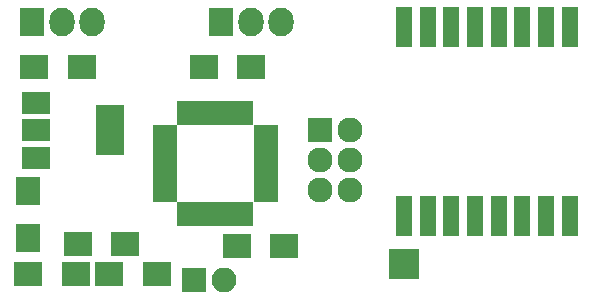
<source format=gts>
G04 #@! TF.GenerationSoftware,KiCad,Pcbnew,no-vcs-found-7560~57~ubuntu16.04.1*
G04 #@! TF.CreationDate,2017-02-05T10:32:15+01:00*
G04 #@! TF.ProjectId,MultiUse_Battery_RFM69HCW,4D756C74695573655F42617474657279,rev?*
G04 #@! TF.FileFunction,Soldermask,Top*
G04 #@! TF.FilePolarity,Negative*
%FSLAX46Y46*%
G04 Gerber Fmt 4.6, Leading zero omitted, Abs format (unit mm)*
G04 Created by KiCad (PCBNEW no-vcs-found-7560~57~ubuntu16.04.1) date Sun Feb  5 10:32:15 2017*
%MOMM*%
%LPD*%
G01*
G04 APERTURE LIST*
%ADD10C,0.100000*%
%ADD11R,0.950000X2.000000*%
%ADD12R,2.000000X0.950000*%
%ADD13R,2.635200X2.635200*%
%ADD14R,2.127200X2.432000*%
%ADD15O,2.127200X2.432000*%
%ADD16R,2.127200X2.127200*%
%ADD17O,2.127200X2.127200*%
%ADD18R,2.400000X2.100000*%
%ADD19R,2.400000X4.200000*%
%ADD20R,2.400000X1.900000*%
%ADD21R,2.400000X2.000000*%
%ADD22R,1.400000X3.400000*%
%ADD23R,2.100000X2.400000*%
%ADD24O,2.100000X2.100000*%
%ADD25R,2.100000X2.100000*%
G04 APERTURE END LIST*
D10*
D11*
X96895000Y-70671000D03*
X97695000Y-70671000D03*
X98495000Y-70671000D03*
X99295000Y-70671000D03*
X100095000Y-70671000D03*
X100895000Y-70671000D03*
X101695000Y-70671000D03*
X102495000Y-70671000D03*
D12*
X103945000Y-69221000D03*
X103945000Y-68421000D03*
X103945000Y-67621000D03*
X103945000Y-66821000D03*
X103945000Y-66021000D03*
X103945000Y-65221000D03*
X103945000Y-64421000D03*
X103945000Y-63621000D03*
D11*
X102495000Y-62171000D03*
X101695000Y-62171000D03*
X100895000Y-62171000D03*
X100095000Y-62171000D03*
X99295000Y-62171000D03*
X98495000Y-62171000D03*
X97695000Y-62171000D03*
X96895000Y-62171000D03*
D12*
X95445000Y-63621000D03*
X95445000Y-64421000D03*
X95445000Y-65221000D03*
X95445000Y-66021000D03*
X95445000Y-66821000D03*
X95445000Y-67621000D03*
X95445000Y-68421000D03*
X95445000Y-69221000D03*
D13*
X115697000Y-74930000D03*
D14*
X84162900Y-54444900D03*
D15*
X86702900Y-54444900D03*
X89242900Y-54444900D03*
D14*
X100190300Y-54432200D03*
D15*
X102730300Y-54432200D03*
X105270300Y-54432200D03*
D16*
X108585000Y-63627000D03*
D17*
X111125000Y-63627000D03*
X108585000Y-66167000D03*
X111125000Y-66167000D03*
X108585000Y-68707000D03*
X111125000Y-68707000D03*
D18*
X84360000Y-58293000D03*
X88360000Y-58293000D03*
X98711000Y-58293000D03*
X102711000Y-58293000D03*
D19*
X90780000Y-63627000D03*
D20*
X84480000Y-63627000D03*
X84480000Y-65927000D03*
X84480000Y-61327000D03*
D21*
X92043000Y-73279000D03*
X88043000Y-73279000D03*
X101505000Y-73406000D03*
X105505000Y-73406000D03*
D18*
X83852000Y-75819000D03*
X87852000Y-75819000D03*
X90710000Y-75819000D03*
X94710000Y-75819000D03*
D22*
X129682000Y-70865000D03*
X127682000Y-70865000D03*
X125682000Y-70865000D03*
X123682000Y-70865000D03*
X121682000Y-70865000D03*
X119682000Y-70865000D03*
X117682000Y-70865000D03*
X115682000Y-70865000D03*
X115682000Y-54865000D03*
X117682000Y-54865000D03*
X119682000Y-54865000D03*
X121682000Y-54865000D03*
X123682000Y-54865000D03*
X125682000Y-54865000D03*
X127682000Y-54865000D03*
X129682000Y-54865000D03*
D23*
X83820000Y-72739000D03*
X83820000Y-68739000D03*
D24*
X100457000Y-76327000D03*
D25*
X97917000Y-76327000D03*
M02*

</source>
